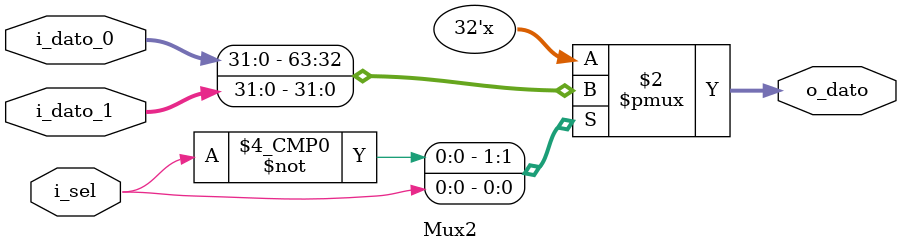
<source format=v>
`timescale 1ns / 1ps

module Mux2 #(
    parameter BUS_WIDTH = 32
    )(
    input wire i_sel,
    input wire [BUS_WIDTH-1:0] i_dato_0,
    input wire [BUS_WIDTH-1:0] i_dato_1,
        
    output reg [BUS_WIDTH-1:0] o_dato  
    );

    // No lleva clock
    always @(*) begin
        case (i_sel)
            0: o_dato = i_dato_0;
            1: o_dato = i_dato_1;

        default: o_dato = i_dato_0;
     endcase
end
   
endmodule

</source>
